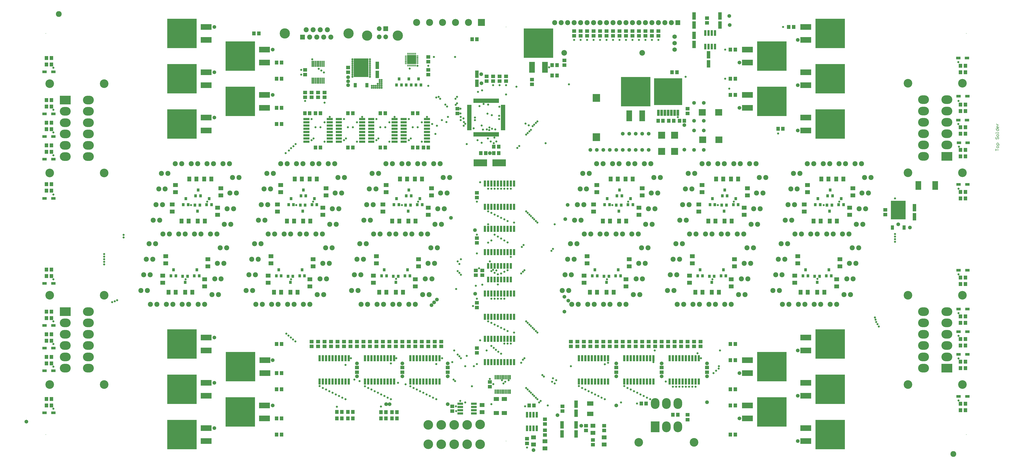
<source format=gts>
%FSLAX23Y23*%
%MOIN*%
G70*
G01*
G75*
G04 Layer_Color=8388736*
%ADD10R,0.012X0.063*%
%ADD11R,0.050X0.055*%
%ADD12R,0.063X0.012*%
%ADD13R,0.055X0.050*%
%ADD14R,0.012X0.024*%
%ADD15R,0.024X0.012*%
%ADD16R,0.132X0.132*%
%ADD17R,0.024X0.081*%
%ADD18R,0.024X0.087*%
%ADD19R,0.075X0.051*%
%ADD20R,0.089X0.024*%
%ADD21R,0.055X0.065*%
%ADD22R,0.065X0.055*%
%ADD23R,0.035X0.037*%
%ADD24R,0.035X0.037*%
%ADD25R,0.100X0.100*%
%ADD26R,0.050X0.110*%
%ADD27R,0.110X0.115*%
%ADD28R,0.080X0.160*%
%ADD29R,0.450X0.450*%
%ADD30R,0.036X0.085*%
%ADD31R,0.425X0.410*%
%ADD32R,0.016X0.085*%
%ADD33R,0.016X0.085*%
%ADD34R,0.200X0.100*%
%ADD35R,0.063X0.031*%
%ADD36R,0.039X0.063*%
%ADD37R,0.160X0.080*%
%ADD38R,0.450X0.450*%
%ADD39R,0.217X0.280*%
%ADD40R,0.081X0.024*%
%ADD41R,0.012X0.063*%
%ADD42C,0.050*%
%ADD43R,0.102X0.094*%
%ADD44R,0.079X0.126*%
%ADD45R,0.079X0.126*%
%ADD46C,0.010*%
%ADD47C,0.020*%
%ADD48C,0.050*%
%ADD49C,0.030*%
%ADD50C,0.100*%
%ADD51C,0.150*%
%ADD52C,0.035*%
%ADD53C,0.040*%
%ADD54C,0.005*%
%ADD55C,0.100*%
%ADD56R,0.100X0.100*%
%ADD57C,0.125*%
%ADD58O,0.125X0.160*%
%ADD59R,0.125X0.160*%
%ADD60C,0.065*%
%ADD61R,0.065X0.065*%
%ADD62C,0.079*%
%ADD63R,0.160X0.125*%
%ADD64O,0.160X0.125*%
%ADD65C,0.070*%
%ADD66R,0.070X0.070*%
%ADD67C,0.060*%
%ADD68C,0.150*%
%ADD69R,0.070X0.070*%
%ADD70C,0.150*%
%ADD71C,0.140*%
%ADD72C,0.024*%
%ADD73C,0.008*%
%ADD74C,0.102*%
%ADD75C,0.165*%
%ADD76C,0.120*%
%ADD77C,0.080*%
%ADD78C,0.087*%
%ADD79C,0.196*%
%ADD80C,0.590*%
%ADD81C,0.072*%
%ADD82C,0.131*%
%ADD83C,0.085*%
%ADD84C,0.130*%
%ADD85C,0.052*%
%ADD86C,0.068*%
%ADD87C,0.160*%
%ADD88C,0.080*%
%ADD89C,0.010*%
%ADD90C,0.008*%
%ADD91C,0.005*%
%ADD92C,0.031*%
%ADD93C,0.008*%
%ADD94C,0.001*%
%ADD95C,0.002*%
%ADD96C,0.015*%
%ADD97R,0.020X0.071*%
%ADD98R,0.058X0.063*%
%ADD99R,0.071X0.020*%
%ADD100R,0.063X0.058*%
%ADD101R,0.016X0.028*%
%ADD102R,0.028X0.016*%
%ADD103R,0.140X0.140*%
%ADD104R,0.032X0.089*%
%ADD105R,0.032X0.095*%
%ADD106R,0.083X0.059*%
%ADD107R,0.097X0.032*%
%ADD108R,0.063X0.073*%
%ADD109R,0.073X0.063*%
%ADD110R,0.043X0.045*%
%ADD111R,0.043X0.045*%
%ADD112R,0.108X0.108*%
%ADD113R,0.058X0.118*%
%ADD114R,0.118X0.123*%
%ADD115R,0.088X0.168*%
%ADD116R,0.458X0.458*%
%ADD117R,0.044X0.093*%
%ADD118R,0.433X0.418*%
%ADD119R,0.024X0.093*%
%ADD120R,0.024X0.093*%
%ADD121R,0.208X0.108*%
%ADD122R,0.071X0.039*%
%ADD123R,0.047X0.071*%
%ADD124R,0.168X0.088*%
%ADD125R,0.458X0.458*%
%ADD126R,0.225X0.288*%
%ADD127R,0.089X0.032*%
%ADD128R,0.020X0.071*%
%ADD129C,0.090*%
%ADD130C,0.058*%
%ADD131R,0.110X0.102*%
%ADD132R,0.087X0.134*%
%ADD133R,0.087X0.134*%
%ADD134C,0.108*%
%ADD135R,0.108X0.108*%
%ADD136C,0.133*%
%ADD137O,0.133X0.168*%
%ADD138R,0.133X0.168*%
%ADD139C,0.073*%
%ADD140R,0.073X0.073*%
%ADD141C,0.087*%
%ADD142R,0.168X0.133*%
%ADD143O,0.168X0.133*%
%ADD144C,0.008*%
%ADD145C,0.078*%
%ADD146R,0.078X0.078*%
%ADD147C,0.158*%
%ADD148R,0.078X0.078*%
%ADD149C,0.158*%
%ADD150C,0.148*%
%ADD151C,0.032*%
D54*
X15055Y4785D02*
Y4815D01*
Y4800D01*
X15100D01*
Y4837D02*
Y4852D01*
X15093Y4860D01*
X15078D01*
X15070Y4852D01*
Y4837D01*
X15078Y4830D01*
X15093D01*
X15100Y4837D01*
X15115Y4875D02*
X15070D01*
Y4897D01*
X15078Y4905D01*
X15093D01*
X15100Y4897D01*
Y4875D01*
X15063Y4995D02*
X15055Y4987D01*
Y4972D01*
X15063Y4965D01*
X15070D01*
X15078Y4972D01*
Y4987D01*
X15085Y4995D01*
X15093D01*
X15100Y4987D01*
Y4972D01*
X15093Y4965D01*
X15100Y5017D02*
Y5032D01*
X15093Y5040D01*
X15078D01*
X15070Y5032D01*
Y5017D01*
X15078Y5010D01*
X15093D01*
X15100Y5017D01*
Y5055D02*
Y5070D01*
Y5062D01*
X15055D01*
Y5055D01*
Y5122D02*
X15100D01*
Y5100D01*
X15093Y5092D01*
X15078D01*
X15070Y5100D01*
Y5122D01*
X15100Y5160D02*
Y5145D01*
X15093Y5137D01*
X15078D01*
X15070Y5145D01*
Y5160D01*
X15078Y5167D01*
X15085D01*
Y5137D01*
X15070Y5182D02*
X15100D01*
X15085D01*
X15078Y5190D01*
X15070Y5197D01*
Y5205D01*
D86*
X10100Y6550D02*
D03*
Y6450D02*
D03*
Y6350D02*
D03*
D97*
X7225Y5560D02*
D03*
X7126Y5040D02*
D03*
X7565Y1287D02*
D03*
X7540D02*
D03*
X7514D02*
D03*
X7488D02*
D03*
X7463D02*
D03*
X7437D02*
D03*
X7412D02*
D03*
X7386D02*
D03*
X7360D02*
D03*
X7335D02*
D03*
X7565Y1063D02*
D03*
X7540D02*
D03*
X7514D02*
D03*
X7488D02*
D03*
X7463D02*
D03*
X7437D02*
D03*
X7412D02*
D03*
X7386D02*
D03*
X7360D02*
D03*
X7335D02*
D03*
X7244Y5560D02*
D03*
X7264D02*
D03*
X7284D02*
D03*
X7205D02*
D03*
X7067D02*
D03*
X7087D02*
D03*
X7264Y5040D02*
D03*
X7382Y5560D02*
D03*
X7362D02*
D03*
X7343D02*
D03*
X7323D02*
D03*
X7303D02*
D03*
X7185D02*
D03*
X7165D02*
D03*
X7146D02*
D03*
X7126D02*
D03*
X7106D02*
D03*
X7047D02*
D03*
X7028D02*
D03*
X7008D02*
D03*
X7382Y5040D02*
D03*
X7362D02*
D03*
X7323D02*
D03*
X7303D02*
D03*
X7284D02*
D03*
X7244D02*
D03*
X7225D02*
D03*
X7205D02*
D03*
X7185D02*
D03*
X7165D02*
D03*
X7146D02*
D03*
X7106D02*
D03*
X7087D02*
D03*
X7067D02*
D03*
X7047D02*
D03*
X7028D02*
D03*
X7008D02*
D03*
X7343D02*
D03*
X8839Y881D02*
D03*
X8820Y881D02*
D03*
X8800Y881D02*
D03*
X8780D02*
D03*
X8761D02*
D03*
X8820Y719D02*
D03*
X8800D02*
D03*
X8780D02*
D03*
X8761D02*
D03*
D98*
X7052Y6510D02*
D03*
X5137Y650D02*
D03*
X5063D02*
D03*
Y750D02*
D03*
X5137D02*
D03*
X5817Y650D02*
D03*
X5743D02*
D03*
Y745D02*
D03*
X5817D02*
D03*
X4398Y5365D02*
D03*
X4472D02*
D03*
X6978Y6510D02*
D03*
X4637Y4835D02*
D03*
X4563D02*
D03*
X10963Y400D02*
D03*
X11037D02*
D03*
Y850D02*
D03*
X10963D02*
D03*
Y1100D02*
D03*
X11037D02*
D03*
Y1550D02*
D03*
X10963D02*
D03*
Y1800D02*
D03*
X11037D02*
D03*
X3613Y6600D02*
D03*
X3687D02*
D03*
X4037Y6150D02*
D03*
X3963D02*
D03*
Y5900D02*
D03*
X4037D02*
D03*
Y5450D02*
D03*
X3963D02*
D03*
Y5200D02*
D03*
X4037D02*
D03*
X5063Y4835D02*
D03*
X5137D02*
D03*
X10137Y6000D02*
D03*
X10063D02*
D03*
X10013Y5250D02*
D03*
X10087D02*
D03*
X10252D02*
D03*
X10178D02*
D03*
X7387Y4850D02*
D03*
X7313D02*
D03*
X14587Y775D02*
D03*
X14513D02*
D03*
Y875D02*
D03*
X14587D02*
D03*
Y1425D02*
D03*
X14513D02*
D03*
Y1525D02*
D03*
X14587D02*
D03*
Y1775D02*
D03*
X14513D02*
D03*
Y1875D02*
D03*
X14587D02*
D03*
Y2125D02*
D03*
X14513D02*
D03*
Y2225D02*
D03*
X14587D02*
D03*
Y2725D02*
D03*
X14513D02*
D03*
Y2825D02*
D03*
X14587D02*
D03*
X413Y6220D02*
D03*
X487D02*
D03*
Y6120D02*
D03*
X413D02*
D03*
Y5570D02*
D03*
X487D02*
D03*
Y5470D02*
D03*
X413D02*
D03*
Y5220D02*
D03*
X487D02*
D03*
Y5120D02*
D03*
X413D02*
D03*
Y4870D02*
D03*
X487D02*
D03*
Y4770D02*
D03*
X413D02*
D03*
Y4270D02*
D03*
X487D02*
D03*
Y4170D02*
D03*
X413D02*
D03*
X8213Y6110D02*
D03*
X8287D02*
D03*
X4967Y650D02*
D03*
X4893D02*
D03*
Y750D02*
D03*
X4967D02*
D03*
X11698Y5125D02*
D03*
X11772D02*
D03*
X11037Y5650D02*
D03*
X10963D02*
D03*
Y5900D02*
D03*
X11037D02*
D03*
Y6350D02*
D03*
X10963D02*
D03*
X11863Y6700D02*
D03*
X11937D02*
D03*
X5573Y650D02*
D03*
X5647D02*
D03*
X4037Y1800D02*
D03*
X3963D02*
D03*
Y1350D02*
D03*
X4037D02*
D03*
Y1100D02*
D03*
X3963D02*
D03*
Y650D02*
D03*
X4037D02*
D03*
Y400D02*
D03*
X3963D02*
D03*
X5573Y745D02*
D03*
X5647D02*
D03*
X14587Y4050D02*
D03*
X14513D02*
D03*
Y4150D02*
D03*
X14587D02*
D03*
Y4700D02*
D03*
X14513D02*
D03*
Y4800D02*
D03*
X14587D02*
D03*
Y5050D02*
D03*
X14513D02*
D03*
Y5150D02*
D03*
X14587D02*
D03*
Y5400D02*
D03*
X14513D02*
D03*
Y5500D02*
D03*
X14587D02*
D03*
Y6000D02*
D03*
X14513D02*
D03*
Y6100D02*
D03*
X14587D02*
D03*
X413Y2950D02*
D03*
X487D02*
D03*
Y2850D02*
D03*
X413D02*
D03*
Y2300D02*
D03*
X487D02*
D03*
Y2200D02*
D03*
X413D02*
D03*
Y1950D02*
D03*
X487D02*
D03*
Y1850D02*
D03*
X413D02*
D03*
Y1600D02*
D03*
X487D02*
D03*
Y1500D02*
D03*
X413D02*
D03*
Y950D02*
D03*
X487D02*
D03*
Y850D02*
D03*
X413D02*
D03*
X6302Y4835D02*
D03*
X6228D02*
D03*
X5563D02*
D03*
X5637D02*
D03*
X6137D02*
D03*
X6063D02*
D03*
X9662Y879D02*
D03*
X9588D02*
D03*
X10076Y705D02*
D03*
X10150D02*
D03*
X9922Y5250D02*
D03*
X9848D02*
D03*
X8287Y5950D02*
D03*
X8213D02*
D03*
X6063Y5365D02*
D03*
X6137D02*
D03*
X5563D02*
D03*
X5637D02*
D03*
X5063D02*
D03*
X5137D02*
D03*
X4563D02*
D03*
X4637D02*
D03*
X7932Y850D02*
D03*
X7858D02*
D03*
X7113Y4750D02*
D03*
X7187D02*
D03*
X7387D02*
D03*
X7313D02*
D03*
D99*
X6935Y5152D02*
D03*
X7455Y5369D02*
D03*
X6935Y5172D02*
D03*
Y5251D02*
D03*
Y5467D02*
D03*
Y5487D02*
D03*
Y5448D02*
D03*
Y5428D02*
D03*
Y5408D02*
D03*
Y5389D02*
D03*
Y5369D02*
D03*
Y5349D02*
D03*
Y5330D02*
D03*
Y5310D02*
D03*
Y5290D02*
D03*
Y5270D02*
D03*
Y5231D02*
D03*
Y5211D02*
D03*
Y5192D02*
D03*
Y5133D02*
D03*
Y5113D02*
D03*
X7455Y5487D02*
D03*
Y5467D02*
D03*
Y5448D02*
D03*
Y5428D02*
D03*
Y5408D02*
D03*
Y5389D02*
D03*
Y5349D02*
D03*
Y5330D02*
D03*
Y5310D02*
D03*
Y5290D02*
D03*
Y5192D02*
D03*
Y5172D02*
D03*
Y5113D02*
D03*
Y5133D02*
D03*
Y5152D02*
D03*
Y5211D02*
D03*
Y5231D02*
D03*
Y5251D02*
D03*
Y5270D02*
D03*
D100*
X7300Y5863D02*
D03*
Y5937D02*
D03*
X9550Y6563D02*
D03*
Y6637D02*
D03*
X9450D02*
D03*
Y6563D02*
D03*
X9350D02*
D03*
Y6637D02*
D03*
X9250D02*
D03*
Y6563D02*
D03*
X9150D02*
D03*
Y6637D02*
D03*
X9050D02*
D03*
Y6563D02*
D03*
X8950D02*
D03*
Y6637D02*
D03*
X8850D02*
D03*
Y6563D02*
D03*
X8840Y243D02*
D03*
Y317D02*
D03*
X9015Y537D02*
D03*
Y463D02*
D03*
X8100Y393D02*
D03*
Y467D02*
D03*
X7825Y263D02*
D03*
Y337D02*
D03*
X7400Y5937D02*
D03*
Y5863D02*
D03*
X8400Y6184D02*
D03*
Y6110D02*
D03*
X8100Y637D02*
D03*
Y563D02*
D03*
X9850Y6563D02*
D03*
Y6637D02*
D03*
X9750D02*
D03*
Y6563D02*
D03*
X9650D02*
D03*
Y6637D02*
D03*
X8750D02*
D03*
Y6563D02*
D03*
X8650D02*
D03*
Y6637D02*
D03*
X8550D02*
D03*
Y6563D02*
D03*
X6300Y6237D02*
D03*
Y6163D02*
D03*
X7900Y5887D02*
D03*
Y5813D02*
D03*
X7500Y5937D02*
D03*
Y5863D02*
D03*
X4500Y1837D02*
D03*
Y1763D02*
D03*
X5200D02*
D03*
Y1837D02*
D03*
X5900D02*
D03*
Y1763D02*
D03*
X8500D02*
D03*
Y1837D02*
D03*
X9200D02*
D03*
Y1763D02*
D03*
X9900D02*
D03*
Y1837D02*
D03*
X4600D02*
D03*
Y1763D02*
D03*
X5300D02*
D03*
Y1837D02*
D03*
X6000D02*
D03*
Y1763D02*
D03*
X8600D02*
D03*
Y1837D02*
D03*
X9300D02*
D03*
Y1763D02*
D03*
X10000D02*
D03*
Y1837D02*
D03*
X4700D02*
D03*
Y1763D02*
D03*
X5400D02*
D03*
Y1837D02*
D03*
X6100D02*
D03*
Y1763D02*
D03*
X8700D02*
D03*
Y1837D02*
D03*
X9400D02*
D03*
Y1763D02*
D03*
X10100D02*
D03*
Y1837D02*
D03*
X4800D02*
D03*
Y1763D02*
D03*
X5500D02*
D03*
Y1837D02*
D03*
X6200D02*
D03*
Y1763D02*
D03*
X8800D02*
D03*
Y1837D02*
D03*
X9500D02*
D03*
Y1763D02*
D03*
X10200D02*
D03*
Y1837D02*
D03*
X4900D02*
D03*
Y1763D02*
D03*
X5600D02*
D03*
Y1837D02*
D03*
X6300D02*
D03*
Y1763D02*
D03*
X8900D02*
D03*
Y1837D02*
D03*
X9600D02*
D03*
Y1763D02*
D03*
X10300D02*
D03*
Y1837D02*
D03*
X5000D02*
D03*
Y1763D02*
D03*
X5700D02*
D03*
Y1837D02*
D03*
X6400D02*
D03*
Y1763D02*
D03*
X9000D02*
D03*
Y1837D02*
D03*
X9700D02*
D03*
Y1763D02*
D03*
X10400D02*
D03*
Y1837D02*
D03*
X5100D02*
D03*
Y1763D02*
D03*
X5800D02*
D03*
Y1837D02*
D03*
X6500D02*
D03*
Y1763D02*
D03*
X9100D02*
D03*
Y1837D02*
D03*
X9800D02*
D03*
Y1763D02*
D03*
X10500D02*
D03*
Y1837D02*
D03*
X7035Y2937D02*
D03*
Y2863D02*
D03*
X10300Y705D02*
D03*
Y631D02*
D03*
X7135Y2937D02*
D03*
Y2863D02*
D03*
X7250Y1212D02*
D03*
Y1138D02*
D03*
X10600Y1363D02*
D03*
Y1437D02*
D03*
X7050Y3437D02*
D03*
Y3363D02*
D03*
Y1737D02*
D03*
Y1663D02*
D03*
X5200Y1437D02*
D03*
Y1363D02*
D03*
X7050Y4137D02*
D03*
Y4063D02*
D03*
Y2437D02*
D03*
Y2363D02*
D03*
X5900Y1437D02*
D03*
Y1363D02*
D03*
X13350Y3798D02*
D03*
Y3872D02*
D03*
X10300Y5437D02*
D03*
Y5363D02*
D03*
X6600Y1437D02*
D03*
Y1363D02*
D03*
X10600Y6837D02*
D03*
Y6763D02*
D03*
X5065Y5998D02*
D03*
Y6072D02*
D03*
X6670Y763D02*
D03*
Y837D02*
D03*
X9200Y1437D02*
D03*
Y1363D02*
D03*
X8735Y537D02*
D03*
Y463D02*
D03*
X8370Y837D02*
D03*
Y763D02*
D03*
X9900Y1437D02*
D03*
Y1363D02*
D03*
X6750Y5437D02*
D03*
Y5363D02*
D03*
X4500Y5613D02*
D03*
Y5687D02*
D03*
X4400D02*
D03*
Y5613D02*
D03*
X4600D02*
D03*
Y5687D02*
D03*
X4700D02*
D03*
Y5613D02*
D03*
X4400Y6037D02*
D03*
Y5963D02*
D03*
X7200Y5937D02*
D03*
Y5863D02*
D03*
X6300Y6037D02*
D03*
Y5963D02*
D03*
D101*
X5986Y6286D02*
D03*
X6006D02*
D03*
X6025D02*
D03*
X6045D02*
D03*
X6065D02*
D03*
X6084D02*
D03*
X6104D02*
D03*
Y6104D02*
D03*
X6084D02*
D03*
X6065D02*
D03*
X6045D02*
D03*
X6025D02*
D03*
X6006D02*
D03*
X5986Y6104D02*
D03*
D102*
X5954Y6132D02*
D03*
Y6152D02*
D03*
Y6171D02*
D03*
Y6191D02*
D03*
Y6211D02*
D03*
Y6230D02*
D03*
Y6250D02*
D03*
X6136Y6254D02*
D03*
Y6234D02*
D03*
Y6215D02*
D03*
Y6195D02*
D03*
Y6175D02*
D03*
Y6156D02*
D03*
Y6136D02*
D03*
D103*
X6045Y6195D02*
D03*
D104*
X7325Y3005D02*
D03*
X7275D02*
D03*
X7575D02*
D03*
X7525D02*
D03*
X7475D02*
D03*
X7425D02*
D03*
X7375D02*
D03*
X7225D02*
D03*
X7575Y2795D02*
D03*
X7525D02*
D03*
X7475D02*
D03*
X7425D02*
D03*
X7375D02*
D03*
X7325D02*
D03*
X7275D02*
D03*
X7225D02*
D03*
X7825Y495D02*
D03*
X7875D02*
D03*
X7925D02*
D03*
X7975D02*
D03*
X7825Y705D02*
D03*
X7875D02*
D03*
X7925D02*
D03*
X7975D02*
D03*
X10725Y6605D02*
D03*
X10675D02*
D03*
X10625D02*
D03*
X10575D02*
D03*
X10725Y6395D02*
D03*
X10675D02*
D03*
X10625D02*
D03*
X10575D02*
D03*
D105*
X5775Y1581D02*
D03*
X5075D02*
D03*
X10475D02*
D03*
X9775D02*
D03*
X9075D02*
D03*
X6475D02*
D03*
X7625Y2581D02*
D03*
X10425Y1581D02*
D03*
X10375D02*
D03*
X10325D02*
D03*
X10275D02*
D03*
X10225D02*
D03*
X10175D02*
D03*
X10125D02*
D03*
X10075D02*
D03*
X10025D02*
D03*
X10475Y1219D02*
D03*
X10375D02*
D03*
X10325D02*
D03*
X10275D02*
D03*
X10225D02*
D03*
X10175D02*
D03*
X10125D02*
D03*
X10075D02*
D03*
X10025D02*
D03*
X4625D02*
D03*
X4675D02*
D03*
X4725D02*
D03*
X4775D02*
D03*
X4825D02*
D03*
X4875D02*
D03*
X4925D02*
D03*
X4975D02*
D03*
X5075D02*
D03*
X4625Y1581D02*
D03*
X4675D02*
D03*
X4725D02*
D03*
X4775D02*
D03*
X4825D02*
D03*
X4875D02*
D03*
X4925D02*
D03*
X4975D02*
D03*
X5025D02*
D03*
X7175Y3919D02*
D03*
X7225D02*
D03*
X7275D02*
D03*
X7325D02*
D03*
X7375D02*
D03*
X7425D02*
D03*
X7475D02*
D03*
X7525D02*
D03*
X7625D02*
D03*
X7175Y4281D02*
D03*
X7225D02*
D03*
X7275D02*
D03*
X7325D02*
D03*
X7375D02*
D03*
X7425D02*
D03*
X7475D02*
D03*
X7525D02*
D03*
X7575D02*
D03*
X7625D02*
D03*
X7175Y2219D02*
D03*
X7225D02*
D03*
X7275D02*
D03*
X7325D02*
D03*
X7375D02*
D03*
X7425D02*
D03*
X7475D02*
D03*
X7525D02*
D03*
X7625D02*
D03*
X7175Y2581D02*
D03*
X7225D02*
D03*
X7275D02*
D03*
X7325D02*
D03*
X7375D02*
D03*
X7425D02*
D03*
X7475D02*
D03*
X7525D02*
D03*
X7575D02*
D03*
X5325Y1219D02*
D03*
X5375D02*
D03*
X5425D02*
D03*
X5475D02*
D03*
X5525D02*
D03*
X5575D02*
D03*
X5625D02*
D03*
X5675D02*
D03*
X5775D02*
D03*
X5325Y1581D02*
D03*
X5375D02*
D03*
X5425D02*
D03*
X5475D02*
D03*
X5525D02*
D03*
X5575D02*
D03*
X5625D02*
D03*
X5675D02*
D03*
X5725D02*
D03*
X6025Y1219D02*
D03*
X6075D02*
D03*
X6125D02*
D03*
X6175D02*
D03*
X6225D02*
D03*
X6275D02*
D03*
X6325D02*
D03*
X6375D02*
D03*
X6475D02*
D03*
X6025Y1581D02*
D03*
X6075D02*
D03*
X6125D02*
D03*
X6175D02*
D03*
X6225D02*
D03*
X6275D02*
D03*
X6325D02*
D03*
X6375D02*
D03*
X6425D02*
D03*
X8625Y1219D02*
D03*
X8675D02*
D03*
X8725D02*
D03*
X8775D02*
D03*
X8825D02*
D03*
X8875D02*
D03*
X8925D02*
D03*
X8975D02*
D03*
X9075D02*
D03*
X8625Y1581D02*
D03*
X8675D02*
D03*
X8725D02*
D03*
X8775D02*
D03*
X8825D02*
D03*
X8875D02*
D03*
X8925D02*
D03*
X8975D02*
D03*
X9025D02*
D03*
X9325Y1219D02*
D03*
X9375D02*
D03*
X9425D02*
D03*
X9475D02*
D03*
X9525D02*
D03*
X9575D02*
D03*
X9625D02*
D03*
X9675D02*
D03*
X9775D02*
D03*
X9325Y1581D02*
D03*
X9375D02*
D03*
X9425D02*
D03*
X9475D02*
D03*
X9525D02*
D03*
X9575D02*
D03*
X9625D02*
D03*
X9675D02*
D03*
X9725D02*
D03*
X7175Y1519D02*
D03*
X7225D02*
D03*
X7275D02*
D03*
X7325D02*
D03*
X7375D02*
D03*
X7425D02*
D03*
X7475D02*
D03*
X7525D02*
D03*
X7575D02*
D03*
X7625D02*
D03*
X7175Y1881D02*
D03*
X7225D02*
D03*
X7275D02*
D03*
X7325D02*
D03*
X7375D02*
D03*
X7425D02*
D03*
X7475D02*
D03*
X7525D02*
D03*
X7575D02*
D03*
X7625D02*
D03*
X7175Y3219D02*
D03*
X7225D02*
D03*
X7275D02*
D03*
X7325D02*
D03*
X7375D02*
D03*
X7425D02*
D03*
X7475D02*
D03*
X7525D02*
D03*
X7575D02*
D03*
X7625D02*
D03*
X7175Y3581D02*
D03*
X7225D02*
D03*
X7275D02*
D03*
X7325D02*
D03*
X7375D02*
D03*
X7425D02*
D03*
X7475D02*
D03*
X7525D02*
D03*
X7575D02*
D03*
X7625D02*
D03*
X7575Y3919D02*
D03*
Y2219D02*
D03*
X5025Y1219D02*
D03*
X5725D02*
D03*
X6425D02*
D03*
X9025D02*
D03*
X9725D02*
D03*
X10425D02*
D03*
D106*
X7476Y733D02*
D03*
Y950D02*
D03*
X7350Y733D02*
D03*
Y950D02*
D03*
D107*
X4780Y4925D02*
D03*
Y4975D02*
D03*
Y5025D02*
D03*
Y5075D02*
D03*
Y5125D02*
D03*
Y5175D02*
D03*
Y5225D02*
D03*
Y5275D02*
D03*
X4420Y4925D02*
D03*
Y4975D02*
D03*
Y5025D02*
D03*
Y5075D02*
D03*
Y5125D02*
D03*
Y5175D02*
D03*
Y5225D02*
D03*
Y5275D02*
D03*
X4920D02*
D03*
Y5225D02*
D03*
Y5175D02*
D03*
Y5125D02*
D03*
Y5075D02*
D03*
Y5025D02*
D03*
Y4975D02*
D03*
Y4925D02*
D03*
X5280Y5275D02*
D03*
Y5225D02*
D03*
Y5175D02*
D03*
Y5125D02*
D03*
Y5075D02*
D03*
Y5025D02*
D03*
Y4975D02*
D03*
Y4925D02*
D03*
X5780D02*
D03*
Y4975D02*
D03*
Y5025D02*
D03*
Y5075D02*
D03*
Y5125D02*
D03*
Y5175D02*
D03*
Y5225D02*
D03*
Y5275D02*
D03*
X5420Y4925D02*
D03*
Y4975D02*
D03*
Y5025D02*
D03*
Y5075D02*
D03*
Y5125D02*
D03*
Y5175D02*
D03*
Y5225D02*
D03*
Y5275D02*
D03*
X5920D02*
D03*
Y5225D02*
D03*
Y5175D02*
D03*
Y5125D02*
D03*
Y5075D02*
D03*
Y5025D02*
D03*
Y4975D02*
D03*
Y4925D02*
D03*
X6280Y5275D02*
D03*
Y5225D02*
D03*
Y5175D02*
D03*
Y5125D02*
D03*
Y5075D02*
D03*
Y5025D02*
D03*
Y4975D02*
D03*
Y4925D02*
D03*
D108*
X12495Y3700D02*
D03*
X10870D02*
D03*
X9245D02*
D03*
X5995D02*
D03*
X4370D02*
D03*
X2745D02*
D03*
X12355D02*
D03*
X10730D02*
D03*
X9105D02*
D03*
X5855D02*
D03*
X4230D02*
D03*
X2605D02*
D03*
X12155Y2600D02*
D03*
X10530D02*
D03*
X8905D02*
D03*
X5655D02*
D03*
X4030D02*
D03*
X2405D02*
D03*
X12300D02*
D03*
X10675D02*
D03*
X9050D02*
D03*
X5800D02*
D03*
X4175D02*
D03*
X2550D02*
D03*
X12595Y4350D02*
D03*
X10970D02*
D03*
X9345D02*
D03*
X6095D02*
D03*
X4470D02*
D03*
X2845D02*
D03*
X12475D02*
D03*
X10850D02*
D03*
X9225D02*
D03*
X5975D02*
D03*
X4350D02*
D03*
X2725D02*
D03*
X2855Y3700D02*
D03*
X2495D02*
D03*
X2295Y2600D02*
D03*
X2660D02*
D03*
X2955Y4350D02*
D03*
X2615D02*
D03*
X4480Y3700D02*
D03*
X4120D02*
D03*
X3920Y2600D02*
D03*
X4285D02*
D03*
X4580Y4350D02*
D03*
X4240D02*
D03*
X6105Y3700D02*
D03*
X5745D02*
D03*
X5545Y2600D02*
D03*
X5910D02*
D03*
X6205Y4350D02*
D03*
X5865D02*
D03*
X9355Y3700D02*
D03*
X8995D02*
D03*
X8795Y2600D02*
D03*
X9160D02*
D03*
X9455Y4350D02*
D03*
X9115D02*
D03*
X10980Y3700D02*
D03*
X10620D02*
D03*
X10420Y2600D02*
D03*
X10785D02*
D03*
X11080Y4350D02*
D03*
X10740D02*
D03*
X12605Y3700D02*
D03*
X12245D02*
D03*
X12045Y2600D02*
D03*
X12410D02*
D03*
X12705Y4350D02*
D03*
X12365D02*
D03*
D109*
X12150Y4145D02*
D03*
X10525D02*
D03*
X8900D02*
D03*
X5650D02*
D03*
X4025D02*
D03*
X2400D02*
D03*
X12100Y3955D02*
D03*
X10475D02*
D03*
X8850D02*
D03*
X5600D02*
D03*
X3975D02*
D03*
X2350D02*
D03*
X12000Y3045D02*
D03*
X10375D02*
D03*
X8750D02*
D03*
X5500D02*
D03*
X3875D02*
D03*
X2250D02*
D03*
X11955Y2855D02*
D03*
X10330D02*
D03*
X8705D02*
D03*
X5455D02*
D03*
X3830D02*
D03*
X2205D02*
D03*
X12600Y2800D02*
D03*
X10975D02*
D03*
X9350D02*
D03*
X6100D02*
D03*
X4475D02*
D03*
X2850D02*
D03*
X12650Y3000D02*
D03*
X11025D02*
D03*
X9400D02*
D03*
X6150D02*
D03*
X4525D02*
D03*
X2900D02*
D03*
X12800Y3905D02*
D03*
X11175D02*
D03*
X9550D02*
D03*
X6300D02*
D03*
X4675D02*
D03*
X3050D02*
D03*
X12850Y4095D02*
D03*
X11225D02*
D03*
X9600D02*
D03*
X6350D02*
D03*
X4725D02*
D03*
X3100D02*
D03*
X7925Y355D02*
D03*
Y245D02*
D03*
X2400Y4255D02*
D03*
X2350Y3845D02*
D03*
X2250Y3155D02*
D03*
X2205Y2745D02*
D03*
X2850Y2690D02*
D03*
X2900Y3110D02*
D03*
X3050Y3795D02*
D03*
X3100Y4205D02*
D03*
X4025Y4255D02*
D03*
X3975Y3845D02*
D03*
X3875Y3155D02*
D03*
X3830Y2745D02*
D03*
X4475Y2690D02*
D03*
X4525Y3110D02*
D03*
X4675Y3795D02*
D03*
X4725Y4205D02*
D03*
X5650Y4255D02*
D03*
X5600Y3845D02*
D03*
X5500Y3155D02*
D03*
X5455Y2745D02*
D03*
X6100Y2690D02*
D03*
X6150Y3110D02*
D03*
X6300Y3795D02*
D03*
X6350Y4205D02*
D03*
X7130Y855D02*
D03*
Y745D02*
D03*
X8900Y4255D02*
D03*
X8850Y3845D02*
D03*
X8750Y3155D02*
D03*
X8705Y2745D02*
D03*
X9350Y2690D02*
D03*
X9400Y3110D02*
D03*
X9550Y3795D02*
D03*
X9600Y4205D02*
D03*
X8100Y295D02*
D03*
Y185D02*
D03*
X8840Y425D02*
D03*
Y535D02*
D03*
X9015Y245D02*
D03*
Y355D02*
D03*
X10525Y4255D02*
D03*
X10475Y3845D02*
D03*
X10375Y3155D02*
D03*
X10330Y2745D02*
D03*
X10975Y2690D02*
D03*
X11025Y3110D02*
D03*
X11175Y3795D02*
D03*
X11225Y4205D02*
D03*
X12150Y4255D02*
D03*
X12100Y3845D02*
D03*
X12000Y3155D02*
D03*
X11955Y2745D02*
D03*
X12600Y2690D02*
D03*
X12650Y3110D02*
D03*
X12800Y3795D02*
D03*
X12850Y4205D02*
D03*
D110*
X12527Y3946D02*
D03*
X12490Y3854D02*
D03*
X10902Y3946D02*
D03*
X10865Y3854D02*
D03*
X9277Y3946D02*
D03*
X9240Y3854D02*
D03*
X6027Y3946D02*
D03*
X5990Y3854D02*
D03*
X4402Y3946D02*
D03*
X4365Y3854D02*
D03*
X2777Y3946D02*
D03*
X2740Y3854D02*
D03*
X12273Y3954D02*
D03*
X12310Y4046D02*
D03*
X10648Y3954D02*
D03*
X10685Y4046D02*
D03*
X9023Y3954D02*
D03*
X9060Y4046D02*
D03*
X5773Y3954D02*
D03*
X5810Y4046D02*
D03*
X4148Y3954D02*
D03*
X4185Y4046D02*
D03*
X2523Y3954D02*
D03*
X2560Y4046D02*
D03*
X12083Y2854D02*
D03*
X12120Y2946D02*
D03*
X10458Y2854D02*
D03*
X10495Y2946D02*
D03*
X8833Y2854D02*
D03*
X8870Y2946D02*
D03*
X5583Y2854D02*
D03*
X5620Y2946D02*
D03*
X3958Y2854D02*
D03*
X3995Y2946D02*
D03*
X2333Y2854D02*
D03*
X2370Y2946D02*
D03*
X12337Y2846D02*
D03*
X12300Y2754D02*
D03*
X10712Y2846D02*
D03*
X10675Y2754D02*
D03*
X9087Y2846D02*
D03*
X9050Y2754D02*
D03*
X5837Y2846D02*
D03*
X5800Y2754D02*
D03*
X4212Y2846D02*
D03*
X4175Y2754D02*
D03*
X2587Y2846D02*
D03*
X2550Y2754D02*
D03*
X12443Y2854D02*
D03*
X12480Y2946D02*
D03*
X10818Y2854D02*
D03*
X10855Y2946D02*
D03*
X9193Y2854D02*
D03*
X9230Y2946D02*
D03*
X5943Y2854D02*
D03*
X5980Y2946D02*
D03*
X4318Y2854D02*
D03*
X4355Y2946D02*
D03*
X2693Y2854D02*
D03*
X2730Y2946D02*
D03*
X12633Y3954D02*
D03*
X12670Y4046D02*
D03*
X11008Y3954D02*
D03*
X11045Y4046D02*
D03*
X9383Y3954D02*
D03*
X9420Y4046D02*
D03*
X6133Y3954D02*
D03*
X6170Y4046D02*
D03*
X4508Y3954D02*
D03*
X4545Y4046D02*
D03*
X2883Y3954D02*
D03*
X2920Y4046D02*
D03*
X12463Y4089D02*
D03*
X12500Y4181D02*
D03*
X10838Y4089D02*
D03*
X10875Y4181D02*
D03*
X9213Y4089D02*
D03*
X9250Y4181D02*
D03*
X5963Y4089D02*
D03*
X6000Y4181D02*
D03*
X4338Y4089D02*
D03*
X4375Y4181D02*
D03*
X2713Y4089D02*
D03*
X2750Y4181D02*
D03*
X5850Y5896D02*
D03*
X6000D02*
D03*
X6150D02*
D03*
X5813Y5804D02*
D03*
X5963D02*
D03*
X6113D02*
D03*
D111*
X12453Y3946D02*
D03*
X10828D02*
D03*
X9203D02*
D03*
X5953D02*
D03*
X4328D02*
D03*
X2703D02*
D03*
X12347Y3954D02*
D03*
X10722D02*
D03*
X9097D02*
D03*
X5847D02*
D03*
X4222D02*
D03*
X2597D02*
D03*
X12157Y2854D02*
D03*
X10532D02*
D03*
X8907D02*
D03*
X5657D02*
D03*
X4032D02*
D03*
X2407D02*
D03*
X12263Y2846D02*
D03*
X10638D02*
D03*
X9013D02*
D03*
X5763D02*
D03*
X4138D02*
D03*
X2513D02*
D03*
X12517Y2854D02*
D03*
X10892D02*
D03*
X9267D02*
D03*
X6017D02*
D03*
X4392D02*
D03*
X2767D02*
D03*
X12707Y3954D02*
D03*
X11082D02*
D03*
X9457D02*
D03*
X6207D02*
D03*
X4582D02*
D03*
X2957D02*
D03*
X12537Y4089D02*
D03*
X10912D02*
D03*
X9287D02*
D03*
X6037D02*
D03*
X4412D02*
D03*
X2787D02*
D03*
X5887Y5804D02*
D03*
X6037D02*
D03*
X6187D02*
D03*
D112*
X10100Y5025D02*
D03*
Y4775D02*
D03*
X9900D02*
D03*
Y5025D02*
D03*
D113*
X10800Y6870D02*
D03*
Y6730D02*
D03*
X5515Y5965D02*
D03*
X13800Y3905D02*
D03*
Y3765D02*
D03*
X10400Y6730D02*
D03*
Y6870D02*
D03*
X5515Y6105D02*
D03*
X10400Y6430D02*
D03*
Y6570D02*
D03*
X10625Y6130D02*
D03*
Y6270D02*
D03*
X8580Y410D02*
D03*
Y550D02*
D03*
X8365Y410D02*
D03*
Y550D02*
D03*
X8580Y730D02*
D03*
Y870D02*
D03*
X7050Y5830D02*
D03*
Y5970D02*
D03*
D114*
X8895Y4997D02*
D03*
Y5602D02*
D03*
D115*
X8100Y6075D02*
D03*
X7900D02*
D03*
X9400Y5325D02*
D03*
X9600D02*
D03*
D116*
X8000Y6450D02*
D03*
X9500Y5700D02*
D03*
D117*
X9850Y5372D02*
D03*
X9900D02*
D03*
X9950D02*
D03*
X10000D02*
D03*
X10050D02*
D03*
X10100D02*
D03*
X10150D02*
D03*
D118*
X10000Y5700D02*
D03*
D119*
X4510Y5871D02*
D03*
D120*
X4536D02*
D03*
X4562D02*
D03*
X4587D02*
D03*
X4613D02*
D03*
X4638D02*
D03*
X4664D02*
D03*
X4690D02*
D03*
X4510Y6129D02*
D03*
X4536D02*
D03*
X4562D02*
D03*
X4587D02*
D03*
X4613D02*
D03*
X4638D02*
D03*
X4664D02*
D03*
X4690D02*
D03*
D121*
X7105Y4600D02*
D03*
X7395D02*
D03*
D122*
X383Y735D02*
D03*
X517D02*
D03*
X14483Y2340D02*
D03*
X14617D02*
D03*
X14483Y990D02*
D03*
X14617D02*
D03*
Y1640D02*
D03*
X14483D02*
D03*
Y1990D02*
D03*
X14617D02*
D03*
X383Y4655D02*
D03*
X517D02*
D03*
Y4050D02*
D03*
X383D02*
D03*
X14617Y2940D02*
D03*
X14483D02*
D03*
X517Y6005D02*
D03*
X383D02*
D03*
Y5355D02*
D03*
X517D02*
D03*
Y5005D02*
D03*
X383D02*
D03*
X14617Y4265D02*
D03*
X14483D02*
D03*
X14488Y4910D02*
D03*
X14622D02*
D03*
X14612Y5260D02*
D03*
X14478D02*
D03*
X14483Y5630D02*
D03*
X14617D02*
D03*
X14612Y6220D02*
D03*
X14478D02*
D03*
X517Y2735D02*
D03*
X383D02*
D03*
Y2085D02*
D03*
X517D02*
D03*
Y1735D02*
D03*
X383D02*
D03*
Y1385D02*
D03*
X517D02*
D03*
D123*
X5355Y5800D02*
D03*
X13640Y3600D02*
D03*
X13460D02*
D03*
X5175Y5800D02*
D03*
D124*
X12125Y5300D02*
D03*
Y5100D02*
D03*
Y500D02*
D03*
Y300D02*
D03*
X11225Y5650D02*
D03*
Y5450D02*
D03*
Y850D02*
D03*
Y650D02*
D03*
X12125Y6000D02*
D03*
Y5800D02*
D03*
Y1200D02*
D03*
Y1000D02*
D03*
X11225Y6350D02*
D03*
Y6150D02*
D03*
Y1550D02*
D03*
Y1350D02*
D03*
X12125Y6700D02*
D03*
Y6500D02*
D03*
Y1900D02*
D03*
Y1700D02*
D03*
X2875D02*
D03*
Y1900D02*
D03*
Y6500D02*
D03*
Y6700D02*
D03*
X3780Y1350D02*
D03*
Y1550D02*
D03*
X3775Y6150D02*
D03*
Y6350D02*
D03*
X2875Y1000D02*
D03*
Y1200D02*
D03*
Y5800D02*
D03*
Y6000D02*
D03*
X3775Y650D02*
D03*
Y850D02*
D03*
Y5450D02*
D03*
Y5650D02*
D03*
X2875Y300D02*
D03*
Y500D02*
D03*
Y5100D02*
D03*
Y5300D02*
D03*
D125*
X12500Y5200D02*
D03*
Y400D02*
D03*
X11600Y5550D02*
D03*
Y750D02*
D03*
X12500Y5900D02*
D03*
Y1100D02*
D03*
X11600Y6250D02*
D03*
Y1450D02*
D03*
X12500Y6600D02*
D03*
Y1800D02*
D03*
X2500D02*
D03*
Y6600D02*
D03*
X3405Y1450D02*
D03*
X3400Y6250D02*
D03*
X2500Y1100D02*
D03*
Y5900D02*
D03*
X3400Y750D02*
D03*
Y5550D02*
D03*
X2500Y400D02*
D03*
Y5200D02*
D03*
D126*
X13550Y3870D02*
D03*
X5265Y6070D02*
D03*
D127*
X7005Y725D02*
D03*
Y775D02*
D03*
Y825D02*
D03*
Y875D02*
D03*
X6795Y725D02*
D03*
Y775D02*
D03*
Y825D02*
D03*
Y875D02*
D03*
D128*
X8839Y719D02*
D03*
D129*
X600Y6900D02*
D03*
X14400Y100D02*
D03*
D130*
X100Y600D02*
D03*
X8415Y3730D02*
D03*
X7020Y3560D02*
D03*
X8400Y2300D02*
D03*
X7025Y2575D02*
D03*
X5705Y870D02*
D03*
X5650D02*
D03*
X6600D02*
D03*
X6650Y3750D02*
D03*
X8450Y3950D02*
D03*
X6435Y2485D02*
D03*
X6393Y2443D02*
D03*
X8400Y2530D02*
D03*
X8460Y2470D02*
D03*
X6350Y2400D02*
D03*
X9900Y1500D02*
D03*
X10600D02*
D03*
Y1300D02*
D03*
X9900D02*
D03*
X9200Y1500D02*
D03*
Y1300D02*
D03*
X8660Y537D02*
D03*
X8295Y700D02*
D03*
X7925Y160D02*
D03*
X10945Y6870D02*
D03*
X10950Y6730D02*
D03*
X8900Y4800D02*
D03*
X9000D02*
D03*
X9100D02*
D03*
X9200D02*
D03*
X9300D02*
D03*
X9400D02*
D03*
X9500D02*
D03*
X9600D02*
D03*
X9700D02*
D03*
X8800D02*
D03*
X10252Y5182D02*
D03*
Y4802D02*
D03*
X9300Y5050D02*
D03*
X9400D02*
D03*
X9500D02*
D03*
X9600D02*
D03*
X9700D02*
D03*
X10400Y5100D02*
D03*
Y5250D02*
D03*
X10550D02*
D03*
Y5100D02*
D03*
X10400Y4800D02*
D03*
X10550D02*
D03*
Y5525D02*
D03*
X5200Y1300D02*
D03*
X5900D02*
D03*
X6600D02*
D03*
Y1500D02*
D03*
X5900D02*
D03*
X5200D02*
D03*
X3900Y1550D02*
D03*
X3000Y1900D02*
D03*
Y1200D02*
D03*
X3900Y850D02*
D03*
X3000Y500D02*
D03*
X11100Y1350D02*
D03*
Y650D02*
D03*
X12000Y300D02*
D03*
Y1000D02*
D03*
Y1700D02*
D03*
X11100Y6150D02*
D03*
Y5450D02*
D03*
X12000Y5100D02*
D03*
Y5800D02*
D03*
Y6500D02*
D03*
X3900Y6350D02*
D03*
Y5650D02*
D03*
X3000Y5300D02*
D03*
Y6000D02*
D03*
Y6700D02*
D03*
X5065Y5800D02*
D03*
X13730Y3600D02*
D03*
X13550Y3650D02*
D03*
X7250Y4750D02*
D03*
X7119Y5970D02*
D03*
X7120Y5830D02*
D03*
X5065Y5859D02*
D03*
X5065Y5924D02*
D03*
X10600Y900D02*
D03*
X9200Y850D02*
D03*
X10400Y5525D02*
D03*
D131*
X10781Y5380D02*
D03*
X10529D02*
D03*
X10786Y4955D02*
D03*
X10534D02*
D03*
D132*
X14120Y4250D02*
D03*
D133*
X13860D02*
D03*
D134*
X6120Y6770D02*
D03*
X6320D02*
D03*
X6520D02*
D03*
X6720D02*
D03*
X6920D02*
D03*
D135*
X7120D02*
D03*
D136*
X10403Y280D02*
D03*
X9547D02*
D03*
X14540Y1172D02*
D03*
Y2553D02*
D03*
X13700D02*
D03*
Y1172D02*
D03*
X460Y5823D02*
D03*
Y4442D02*
D03*
X1300D02*
D03*
Y5823D02*
D03*
X14540Y4447D02*
D03*
Y5828D02*
D03*
X13700D02*
D03*
Y4447D02*
D03*
X460Y2553D02*
D03*
Y1172D02*
D03*
X1300D02*
D03*
Y2553D02*
D03*
D137*
X10150Y879D02*
D03*
X9975D02*
D03*
X9800D02*
D03*
X10150Y520D02*
D03*
X9975D02*
D03*
D138*
X9800D02*
D03*
D139*
X5546Y6547D02*
D03*
Y6673D02*
D03*
X5644Y6547D02*
D03*
D140*
Y6673D02*
D03*
D141*
X9602Y6300D02*
D03*
X8398D02*
D03*
D142*
X14300Y1425D02*
D03*
X700Y5570D02*
D03*
X14300Y4700D02*
D03*
X700Y2300D02*
D03*
D143*
X14300Y1600D02*
D03*
Y1775D02*
D03*
Y1950D02*
D03*
Y2125D02*
D03*
Y2300D02*
D03*
X13941Y1425D02*
D03*
Y1600D02*
D03*
Y1775D02*
D03*
Y1950D02*
D03*
Y2125D02*
D03*
Y2300D02*
D03*
X700Y5395D02*
D03*
Y5220D02*
D03*
Y5045D02*
D03*
Y4870D02*
D03*
Y4695D02*
D03*
X1059Y5570D02*
D03*
Y5395D02*
D03*
Y5220D02*
D03*
Y5045D02*
D03*
Y4870D02*
D03*
Y4695D02*
D03*
X14300Y4875D02*
D03*
Y5050D02*
D03*
Y5225D02*
D03*
Y5400D02*
D03*
Y5575D02*
D03*
X13941Y4700D02*
D03*
Y4875D02*
D03*
Y5050D02*
D03*
Y5225D02*
D03*
Y5400D02*
D03*
Y5575D02*
D03*
X700Y2125D02*
D03*
Y1950D02*
D03*
Y1775D02*
D03*
Y1600D02*
D03*
Y1425D02*
D03*
X1059Y2300D02*
D03*
Y2125D02*
D03*
Y1950D02*
D03*
Y1775D02*
D03*
Y1600D02*
D03*
Y1425D02*
D03*
D144*
X14600Y400D02*
D03*
X7500Y300D02*
D03*
X400Y400D02*
D03*
X14600Y6600D02*
D03*
X7500Y6700D02*
D03*
X400Y6600D02*
D03*
D145*
X8250Y6765D02*
D03*
X8350D02*
D03*
X8450D02*
D03*
X8750D02*
D03*
X9650D02*
D03*
X9750D02*
D03*
X9850D02*
D03*
X9950D02*
D03*
X10050D02*
D03*
X9550D02*
D03*
X9450D02*
D03*
X9350D02*
D03*
X9250D02*
D03*
X9150D02*
D03*
X9050D02*
D03*
X8950D02*
D03*
X8850D02*
D03*
X8650D02*
D03*
X8550D02*
D03*
X4798Y6544D02*
D03*
X4744Y6656D02*
D03*
X4689Y6544D02*
D03*
X4635Y6656D02*
D03*
X4580Y6544D02*
D03*
X4525Y6656D02*
D03*
X4471Y6544D02*
D03*
X4417Y6656D02*
D03*
X2795Y3500D02*
D03*
X2695D02*
D03*
X2307D02*
D03*
X2207D02*
D03*
X2243Y4195D02*
D03*
X2144D02*
D03*
X2158Y3713D02*
D03*
X2058D02*
D03*
X2052Y3110D02*
D03*
X1952D02*
D03*
X1967Y2627D02*
D03*
X1867D02*
D03*
X2116Y2414D02*
D03*
X2016D02*
D03*
X2606D02*
D03*
X2506D02*
D03*
X3106Y2805D02*
D03*
X3007D02*
D03*
X3192Y3287D02*
D03*
X3092D02*
D03*
X3298Y3890D02*
D03*
X3198D02*
D03*
X3383Y4373D02*
D03*
X3283D02*
D03*
X2989Y4586D02*
D03*
X2889D02*
D03*
X2499D02*
D03*
X2399D02*
D03*
X3043Y3500D02*
D03*
X2943D02*
D03*
X2553D02*
D03*
X2453D02*
D03*
X2286Y4437D02*
D03*
X2186D02*
D03*
X2201Y3954D02*
D03*
X2101D02*
D03*
X2095Y3351D02*
D03*
X1995D02*
D03*
X2010Y2868D02*
D03*
X1910D02*
D03*
X2361Y2414D02*
D03*
X2261D02*
D03*
X2851D02*
D03*
X2751D02*
D03*
X3064Y2563D02*
D03*
X2964D02*
D03*
X3149Y3046D02*
D03*
X3049D02*
D03*
X3255Y3649D02*
D03*
X3155D02*
D03*
X3341Y4132D02*
D03*
X3240D02*
D03*
X3234Y4586D02*
D03*
X3134D02*
D03*
X2744D02*
D03*
X2644D02*
D03*
X4423Y3500D02*
D03*
X4323D02*
D03*
X3932D02*
D03*
X3832D02*
D03*
X3868Y4195D02*
D03*
X3769D02*
D03*
X3783Y3713D02*
D03*
X3683D02*
D03*
X3677Y3110D02*
D03*
X3577D02*
D03*
X3592Y2627D02*
D03*
X3492D02*
D03*
X3741Y2414D02*
D03*
X3641D02*
D03*
X4231D02*
D03*
X4131D02*
D03*
X4732Y2805D02*
D03*
X4631D02*
D03*
X4817Y3287D02*
D03*
X4717D02*
D03*
X4923Y3890D02*
D03*
X4823D02*
D03*
X5008Y4373D02*
D03*
X4908D02*
D03*
X4614Y4586D02*
D03*
X4514D02*
D03*
X4124D02*
D03*
X4024D02*
D03*
X4668Y3500D02*
D03*
X4568D02*
D03*
X4177D02*
D03*
X4077D02*
D03*
X3911Y4437D02*
D03*
X3811D02*
D03*
X3826Y3954D02*
D03*
X3726D02*
D03*
X3720Y3351D02*
D03*
X3620D02*
D03*
X3635Y2868D02*
D03*
X3534D02*
D03*
X3986Y2414D02*
D03*
X3886D02*
D03*
X4476D02*
D03*
X4376D02*
D03*
X4689Y2563D02*
D03*
X4589D02*
D03*
X4774Y3046D02*
D03*
X4674D02*
D03*
X4880Y3649D02*
D03*
X4780D02*
D03*
X4965Y4132D02*
D03*
X4865D02*
D03*
X4859Y4586D02*
D03*
X4759D02*
D03*
X4369D02*
D03*
X4269D02*
D03*
X6048Y3500D02*
D03*
X5948D02*
D03*
X5557D02*
D03*
X5457D02*
D03*
X5494Y4195D02*
D03*
X5393D02*
D03*
X5408Y3713D02*
D03*
X5308D02*
D03*
X5302Y3110D02*
D03*
X5202D02*
D03*
X5217Y2627D02*
D03*
X5117D02*
D03*
X5366Y2414D02*
D03*
X5266D02*
D03*
X5856D02*
D03*
X5756D02*
D03*
X6357Y2805D02*
D03*
X6256D02*
D03*
X6442Y3287D02*
D03*
X6342D02*
D03*
X6548Y3890D02*
D03*
X6448D02*
D03*
X6633Y4373D02*
D03*
X6533D02*
D03*
X6239Y4586D02*
D03*
X6139D02*
D03*
X5749D02*
D03*
X5649D02*
D03*
X6293Y3500D02*
D03*
X6193D02*
D03*
X5802D02*
D03*
X5702D02*
D03*
X5536Y4437D02*
D03*
X5436D02*
D03*
X5451Y3954D02*
D03*
X5351D02*
D03*
X5345Y3351D02*
D03*
X5245D02*
D03*
X5260Y2868D02*
D03*
X5160D02*
D03*
X5611Y2414D02*
D03*
X5511D02*
D03*
X6101D02*
D03*
X6001D02*
D03*
X6314Y2563D02*
D03*
X6214D02*
D03*
X6399Y3046D02*
D03*
X6299D02*
D03*
X6505Y3649D02*
D03*
X6405D02*
D03*
X6590Y4132D02*
D03*
X6490D02*
D03*
X6484Y4586D02*
D03*
X6384D02*
D03*
X5994D02*
D03*
X5894D02*
D03*
X9297Y3500D02*
D03*
X9198D02*
D03*
X8807D02*
D03*
X8708D02*
D03*
X8743Y4195D02*
D03*
X8644D02*
D03*
X8658Y3713D02*
D03*
X8558D02*
D03*
X8552Y3110D02*
D03*
X8452D02*
D03*
X8467Y2627D02*
D03*
X8367D02*
D03*
X8616Y2414D02*
D03*
X8516D02*
D03*
X9106D02*
D03*
X9006D02*
D03*
X9606Y2805D02*
D03*
X9507D02*
D03*
X9692Y3287D02*
D03*
X9592D02*
D03*
X9798Y3890D02*
D03*
X9698D02*
D03*
X9883Y4373D02*
D03*
X9783D02*
D03*
X9489Y4586D02*
D03*
X9389D02*
D03*
X8999D02*
D03*
X8899D02*
D03*
X9542Y3500D02*
D03*
X9443D02*
D03*
X9052D02*
D03*
X8953D02*
D03*
X8786Y4437D02*
D03*
X8686D02*
D03*
X8701Y3954D02*
D03*
X8601D02*
D03*
X8595Y3351D02*
D03*
X8495D02*
D03*
X8509Y2868D02*
D03*
X8410D02*
D03*
X8861Y2414D02*
D03*
X8761D02*
D03*
X9351D02*
D03*
X9251D02*
D03*
X9564Y2563D02*
D03*
X9464D02*
D03*
X9649Y3046D02*
D03*
X9549D02*
D03*
X9755Y3649D02*
D03*
X9655D02*
D03*
X9840Y4132D02*
D03*
X9741D02*
D03*
X9734Y4586D02*
D03*
X9634D02*
D03*
X9244D02*
D03*
X9144D02*
D03*
X10922Y3500D02*
D03*
X10823D02*
D03*
X10432D02*
D03*
X10333D02*
D03*
X10368Y4195D02*
D03*
X10269D02*
D03*
X10283Y3713D02*
D03*
X10183D02*
D03*
X10177Y3110D02*
D03*
X10077D02*
D03*
X10092Y2627D02*
D03*
X9992D02*
D03*
X10241Y2414D02*
D03*
X10141D02*
D03*
X10731D02*
D03*
X10631D02*
D03*
X11231Y2805D02*
D03*
X11132D02*
D03*
X11317Y3287D02*
D03*
X11217D02*
D03*
X11423Y3890D02*
D03*
X11323D02*
D03*
X11508Y4373D02*
D03*
X11408D02*
D03*
X11114Y4586D02*
D03*
X11014D02*
D03*
X10624D02*
D03*
X10524D02*
D03*
X11167Y3500D02*
D03*
X11068D02*
D03*
X10677D02*
D03*
X10578D02*
D03*
X10411Y4437D02*
D03*
X10311D02*
D03*
X10326Y3954D02*
D03*
X10226D02*
D03*
X10220Y3351D02*
D03*
X10120D02*
D03*
X10134Y2868D02*
D03*
X10035D02*
D03*
X10486Y2414D02*
D03*
X10386D02*
D03*
X10976D02*
D03*
X10876D02*
D03*
X11189Y2563D02*
D03*
X11089D02*
D03*
X11274Y3046D02*
D03*
X11174D02*
D03*
X11380Y3649D02*
D03*
X11280D02*
D03*
X11465Y4132D02*
D03*
X11366D02*
D03*
X11359Y4586D02*
D03*
X11259D02*
D03*
X10869D02*
D03*
X10769D02*
D03*
X12547Y3500D02*
D03*
X12448D02*
D03*
X12057D02*
D03*
X11958D02*
D03*
X11993Y4195D02*
D03*
X11894D02*
D03*
X11908Y3713D02*
D03*
X11808D02*
D03*
X11802Y3110D02*
D03*
X11702D02*
D03*
X11717Y2627D02*
D03*
X11617D02*
D03*
X11866Y2414D02*
D03*
X11766D02*
D03*
X12356D02*
D03*
X12256D02*
D03*
X12856Y2805D02*
D03*
X12757D02*
D03*
X12942Y3287D02*
D03*
X12842D02*
D03*
X13048Y3890D02*
D03*
X12948D02*
D03*
X13133Y4373D02*
D03*
X13033D02*
D03*
X12739Y4586D02*
D03*
X12639D02*
D03*
X12249D02*
D03*
X12149D02*
D03*
X12792Y3500D02*
D03*
X12693D02*
D03*
X12302D02*
D03*
X12203D02*
D03*
X12036Y4437D02*
D03*
X11936D02*
D03*
X11951Y3954D02*
D03*
X11851D02*
D03*
X11845Y3351D02*
D03*
X11745D02*
D03*
X11759Y2868D02*
D03*
X11660D02*
D03*
X12111Y2414D02*
D03*
X12011D02*
D03*
X12601D02*
D03*
X12501D02*
D03*
X12814Y2563D02*
D03*
X12714D02*
D03*
X12899Y3046D02*
D03*
X12799D02*
D03*
X13005Y3649D02*
D03*
X12905D02*
D03*
X13090Y4132D02*
D03*
X12991D02*
D03*
X12984Y4586D02*
D03*
X12884D02*
D03*
X12494D02*
D03*
X12394D02*
D03*
D146*
X10150Y6765D02*
D03*
D147*
X5832Y6567D02*
D03*
X5358D02*
D03*
D148*
X4362Y6544D02*
D03*
D149*
X4088Y6600D02*
D03*
X5072D02*
D03*
D150*
X6300Y250D02*
D03*
X6500D02*
D03*
X6700D02*
D03*
X6900D02*
D03*
X6300Y550D02*
D03*
X6500D02*
D03*
X6700D02*
D03*
X6900D02*
D03*
X7100Y555D02*
D03*
Y250D02*
D03*
D151*
X7225Y5500D02*
D03*
X7125Y4910D02*
D03*
X7285Y5125D02*
D03*
X7264Y4930D02*
D03*
X7350D02*
D03*
X7125Y5175D02*
D03*
X7300Y5800D02*
D03*
X7135Y2715D02*
D03*
X7085Y2970D02*
D03*
X6800Y5260D02*
D03*
X6510D02*
D03*
X6805Y3110D02*
D03*
X6745Y5620D02*
D03*
X6460D02*
D03*
X6755Y3075D02*
D03*
X6720Y5590D02*
D03*
X6485D02*
D03*
X6780Y3035D02*
D03*
X7350Y2935D02*
D03*
X7300Y2945D02*
D03*
X7250Y3075D02*
D03*
X5109Y1581D02*
D03*
X6755Y1635D02*
D03*
Y2925D02*
D03*
X7275D02*
D03*
X7325Y2900D02*
D03*
X6780D02*
D03*
Y1610D02*
D03*
X5809Y1581D02*
D03*
X7375Y2875D02*
D03*
X6805Y2870D02*
D03*
Y1581D02*
D03*
X6514Y1581D02*
D03*
X7425Y2890D02*
D03*
X7735D02*
D03*
Y1510D02*
D03*
X9075D02*
D03*
X7475Y2915D02*
D03*
X7760D02*
D03*
Y1555D02*
D03*
X9775Y1520D02*
D03*
X7525Y2940D02*
D03*
X7785D02*
D03*
Y1581D02*
D03*
X10509Y1581D02*
D03*
X7050Y1490D02*
D03*
X7100Y1855D02*
D03*
X7575Y1805D02*
D03*
X7525D02*
D03*
X7475D02*
D03*
X7425Y1650D02*
D03*
X7380Y1680D02*
D03*
X7345Y1710D02*
D03*
X7310Y1740D02*
D03*
X7275Y1770D02*
D03*
X7985Y1975D02*
D03*
X7625D02*
D03*
X7985Y3675D02*
D03*
X7625D02*
D03*
X7050Y3490D02*
D03*
X7575Y3145D02*
D03*
X7325Y3490D02*
D03*
X5520Y5820D02*
D03*
X5550Y5880D02*
D03*
Y5850D02*
D03*
Y5820D02*
D03*
X5430Y5790D02*
D03*
X5460D02*
D03*
X5490D02*
D03*
X5520D02*
D03*
X5550D02*
D03*
X5430Y5760D02*
D03*
X5460D02*
D03*
X5490D02*
D03*
X5520D02*
D03*
X5550D02*
D03*
X5580D02*
D03*
Y5790D02*
D03*
Y5820D02*
D03*
Y5850D02*
D03*
Y5880D02*
D03*
X5400Y5930D02*
D03*
X5130D02*
D03*
Y5960D02*
D03*
Y5990D02*
D03*
Y6020D02*
D03*
Y6050D02*
D03*
Y6080D02*
D03*
Y6110D02*
D03*
Y6140D02*
D03*
Y6170D02*
D03*
Y6200D02*
D03*
X5400Y5960D02*
D03*
Y5990D02*
D03*
Y6020D02*
D03*
Y6050D02*
D03*
Y6080D02*
D03*
Y6110D02*
D03*
Y6140D02*
D03*
Y6170D02*
D03*
Y6200D02*
D03*
X4563Y5150D02*
D03*
X4637D02*
D03*
X5063D02*
D03*
X5137D02*
D03*
X5563D02*
D03*
X5637D02*
D03*
X6063D02*
D03*
X6137D02*
D03*
X6360Y5200D02*
D03*
X4531Y4975D02*
D03*
X5031D02*
D03*
X5530D02*
D03*
X6030D02*
D03*
X5500Y4950D02*
D03*
X5000D02*
D03*
X4500D02*
D03*
X6000D02*
D03*
X5780Y5310D02*
D03*
X5280D02*
D03*
X4780D02*
D03*
X6280Y5310D02*
D03*
X5200Y4925D02*
D03*
X5700D02*
D03*
Y5225D02*
D03*
X5200D02*
D03*
X4700D02*
D03*
X6200D02*
D03*
Y4925D02*
D03*
X4700D02*
D03*
X5000Y5275D02*
D03*
X5500D02*
D03*
X6000D02*
D03*
X4500D02*
D03*
X6136Y6100D02*
D03*
X4700Y5530D02*
D03*
X4400Y5555D02*
D03*
X6015Y6055D02*
D03*
X7825Y200D02*
D03*
X7200Y1700D02*
D03*
X6700D02*
D03*
X6410Y5045D02*
D03*
X7660Y5775D02*
D03*
X8250Y3650D02*
D03*
X7225D02*
D03*
X11775Y6700D02*
D03*
X7705Y4860D02*
D03*
X8470Y5813D02*
D03*
X7675Y4830D02*
D03*
X6975Y1145D02*
D03*
X9325Y1150D02*
D03*
X8625D02*
D03*
X5325Y1145D02*
D03*
X6990Y2385D02*
D03*
X7050Y2500D02*
D03*
Y4000D02*
D03*
X7100Y4300D02*
D03*
X7280Y5335D02*
D03*
X4690Y5995D02*
D03*
X4650Y6025D02*
D03*
X7130Y5720D02*
D03*
X10455Y1655D02*
D03*
X7575Y4200D02*
D03*
X10880Y6350D02*
D03*
X7525Y4200D02*
D03*
X10880Y5900D02*
D03*
X10270Y5930D02*
D03*
X10945Y5745D02*
D03*
X7475Y4200D02*
D03*
X6798Y5363D02*
D03*
Y5437D02*
D03*
X6730Y763D02*
D03*
X6728Y837D02*
D03*
X6025Y1145D02*
D03*
X4625Y1150D02*
D03*
X1300Y3030D02*
D03*
Y3070D02*
D03*
Y3110D02*
D03*
Y3150D02*
D03*
Y3190D02*
D03*
X4220Y4855D02*
D03*
X4255Y4890D02*
D03*
X4185Y4825D02*
D03*
X4150Y4790D02*
D03*
X4100Y4750D02*
D03*
X1425Y2445D02*
D03*
X1465Y2460D02*
D03*
X1500Y2475D02*
D03*
X8550Y6500D02*
D03*
X8650D02*
D03*
X8750D02*
D03*
X8850D02*
D03*
X8950D02*
D03*
X9050D02*
D03*
X9150D02*
D03*
X9250D02*
D03*
X9350D02*
D03*
X9450D02*
D03*
X9550D02*
D03*
X9650D02*
D03*
X7985Y5240D02*
D03*
X7960Y5215D02*
D03*
X7935Y5190D02*
D03*
X7910Y5165D02*
D03*
X7885Y5110D02*
D03*
X7860Y5085D02*
D03*
X7835Y5060D02*
D03*
X7810Y5035D02*
D03*
X1600Y3445D02*
D03*
Y3485D02*
D03*
X7225Y3365D02*
D03*
X7275Y3400D02*
D03*
X13190Y2210D02*
D03*
X13200Y2175D02*
D03*
X13210Y2140D02*
D03*
X13230Y2105D02*
D03*
X13250Y2070D02*
D03*
X13500Y3380D02*
D03*
Y3420D02*
D03*
X7525Y3370D02*
D03*
X7475Y3400D02*
D03*
X13500Y3460D02*
D03*
X7425Y3430D02*
D03*
X13500Y3500D02*
D03*
X7375Y3460D02*
D03*
X13500Y4050D02*
D03*
X6895Y4890D02*
D03*
Y1615D02*
D03*
X7375Y4200D02*
D03*
X7325D02*
D03*
X7275D02*
D03*
X7225D02*
D03*
X7475Y2500D02*
D03*
X7425D02*
D03*
X7375D02*
D03*
X7325D02*
D03*
X7275D02*
D03*
X10800Y1700D02*
D03*
X9795D02*
D03*
X6425Y1490D02*
D03*
X10785Y1455D02*
D03*
X9025Y1485D02*
D03*
X10780Y1420D02*
D03*
X10740Y1385D02*
D03*
X5725Y1500D02*
D03*
X10700Y1350D02*
D03*
X5025Y1475D02*
D03*
X12304Y2805D02*
D03*
X10684Y2800D02*
D03*
X9059D02*
D03*
X5804Y2805D02*
D03*
X4184Y2800D02*
D03*
X2559D02*
D03*
X2890Y4000D02*
D03*
X2641Y3946D02*
D03*
X4264D02*
D03*
X4525Y4000D02*
D03*
X5896Y3946D02*
D03*
X6145Y4000D02*
D03*
X9141Y3946D02*
D03*
X9385Y4000D02*
D03*
X12640D02*
D03*
X11015D02*
D03*
X10769Y3946D02*
D03*
X12400D02*
D03*
X4675Y1120D02*
D03*
X4725Y1095D02*
D03*
X4775Y1070D02*
D03*
X4825Y1045D02*
D03*
X4875Y1020D02*
D03*
X4925Y995D02*
D03*
X4975Y970D02*
D03*
X5375Y1120D02*
D03*
X5425Y1095D02*
D03*
X5475Y1070D02*
D03*
X5525Y1045D02*
D03*
X5575Y1020D02*
D03*
X5625Y995D02*
D03*
X5675Y970D02*
D03*
X6075Y1120D02*
D03*
X6125Y1095D02*
D03*
X6175Y1070D02*
D03*
X6225Y1045D02*
D03*
X6275Y1020D02*
D03*
X6325Y995D02*
D03*
X6375Y970D02*
D03*
X8675Y1120D02*
D03*
X8725Y1095D02*
D03*
X8775Y1070D02*
D03*
X8825Y1045D02*
D03*
X8875Y1020D02*
D03*
X8925Y995D02*
D03*
X8975Y970D02*
D03*
X9375Y1120D02*
D03*
X9425Y1095D02*
D03*
X9475Y1070D02*
D03*
X9525Y1045D02*
D03*
X9575Y1020D02*
D03*
X9625Y995D02*
D03*
X9675Y970D02*
D03*
X7910Y1020D02*
D03*
X7885Y1045D02*
D03*
X7935Y995D02*
D03*
X7960Y970D02*
D03*
X7860Y1070D02*
D03*
X7835Y1095D02*
D03*
X7810Y1120D02*
D03*
X7225Y3850D02*
D03*
X7810D02*
D03*
X7275Y3825D02*
D03*
X7835D02*
D03*
X7325Y3800D02*
D03*
X7860D02*
D03*
X7375Y3775D02*
D03*
X7885D02*
D03*
X7425Y3750D02*
D03*
X7910D02*
D03*
X7475Y3725D02*
D03*
X7935D02*
D03*
X7525Y3700D02*
D03*
X7960D02*
D03*
X7225Y2150D02*
D03*
X7810D02*
D03*
X7275Y2125D02*
D03*
X7835D02*
D03*
X7325Y2100D02*
D03*
X7860D02*
D03*
X7375Y2075D02*
D03*
X7885D02*
D03*
X7425Y2050D02*
D03*
X7910D02*
D03*
X7475Y2025D02*
D03*
X7935D02*
D03*
X7525Y2000D02*
D03*
X7960D02*
D03*
X4342Y6037D02*
D03*
Y5963D02*
D03*
X8145Y850D02*
D03*
X14483Y925D02*
D03*
Y1575D02*
D03*
Y1925D02*
D03*
Y2275D02*
D03*
Y2875D02*
D03*
Y4200D02*
D03*
X14488Y4850D02*
D03*
X14478Y5200D02*
D03*
X14483Y5555D02*
D03*
X14478Y6155D02*
D03*
X517Y6070D02*
D03*
Y5420D02*
D03*
Y5070D02*
D03*
Y4715D02*
D03*
Y4110D02*
D03*
Y2800D02*
D03*
Y2150D02*
D03*
Y1800D02*
D03*
Y1450D02*
D03*
Y800D02*
D03*
X10150Y5305D02*
D03*
X7425Y4200D02*
D03*
X11698Y5052D02*
D03*
X6300Y5790D02*
D03*
Y6100D02*
D03*
X7313Y4902D02*
D03*
X8165Y6075D02*
D03*
X7395Y5275D02*
D03*
Y5325D02*
D03*
X7800Y5205D02*
D03*
X8010Y895D02*
D03*
X8110Y4902D02*
D03*
X8035Y920D02*
D03*
X7850Y5180D02*
D03*
X7397Y5467D02*
D03*
X5835Y1200D02*
D03*
X5950Y1175D02*
D03*
X8085Y1295D02*
D03*
X8060Y1320D02*
D03*
X5573Y832D02*
D03*
X4893Y828D02*
D03*
X8200Y3240D02*
D03*
X8225Y3270D02*
D03*
X7770Y3330D02*
D03*
X7745Y3300D02*
D03*
X7335Y5115D02*
D03*
X9850Y6500D02*
D03*
X9750D02*
D03*
X7320Y4990D02*
D03*
X7220Y4975D02*
D03*
X7240Y5105D02*
D03*
X7146Y5114D02*
D03*
X7205Y5115D02*
D03*
X7060Y4950D02*
D03*
X7003Y5133D02*
D03*
X6872Y5202D02*
D03*
X7020Y5260D02*
D03*
Y5300D02*
D03*
X7005Y1455D02*
D03*
X6870D02*
D03*
X6580Y5230D02*
D03*
X6850D02*
D03*
X4510Y6200D02*
D03*
X6845Y5285D02*
D03*
X4613Y6052D02*
D03*
X6800Y5310D02*
D03*
X6715Y6237D02*
D03*
X6387D02*
D03*
X5240Y1225D02*
D03*
X6715D02*
D03*
X5160Y1250D02*
D03*
X6690D02*
D03*
X6605Y5310D02*
D03*
X6590Y5470D02*
D03*
X6725Y5495D02*
D03*
X6565Y5500D02*
D03*
X6745Y5520D02*
D03*
X4250Y1840D02*
D03*
X4215Y1870D02*
D03*
X4180Y1900D02*
D03*
X4110Y1960D02*
D03*
X4145Y1930D02*
D03*
X7375Y2720D02*
D03*
X6730Y2650D02*
D03*
X6848Y5172D02*
D03*
X6435Y5172D02*
D03*
X7035Y2700D02*
D03*
X8275Y1240D02*
D03*
X7540D02*
D03*
X8250Y1190D02*
D03*
X7463D02*
D03*
X8225Y1270D02*
D03*
X8210Y1215D02*
D03*
X7488D02*
D03*
X7437Y1240D02*
D03*
X9521Y879D02*
D03*
X9275Y895D02*
D03*
X7250Y1260D02*
D03*
X7305Y1180D02*
D03*
X7067Y5695D02*
D03*
X6425Y5610D02*
D03*
X8500Y1455D02*
D03*
X6670Y1520D02*
D03*
X7215Y5360D02*
D03*
X7090Y5475D02*
D03*
X7155Y5510D02*
D03*
X7500Y5800D02*
D03*
X7245Y5145D02*
D03*
X7500Y5655D02*
D03*
X7400Y5800D02*
D03*
X7050Y3200D02*
D03*
X9965Y1220D02*
D03*
X10075Y1140D02*
D03*
X10125D02*
D03*
X10175D02*
D03*
X10225D02*
D03*
X10275D02*
D03*
X10325D02*
D03*
X10375D02*
D03*
X9025Y945D02*
D03*
X10425Y1140D02*
D03*
X9725Y945D02*
D03*
X5025D02*
D03*
X6425D02*
D03*
X5725D02*
D03*
X7985D02*
D03*
X6795Y920D02*
D03*
X6870Y895D02*
D03*
X7275Y870D02*
D03*
X7795Y835D02*
D03*
M02*

</source>
